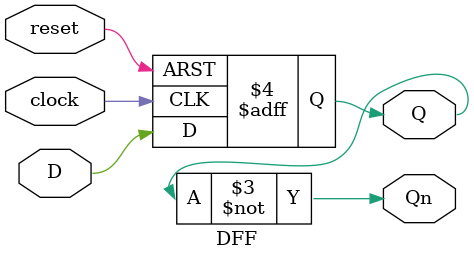
<source format=v>
module DFF (D, clock, reset, Q, Qn);

	input D; //Data input
	input clock; //Clock input
	input reset; //Asynchronous active-low reset
	output Q, Qn; //Outputs Q and Q'
	
	reg Q;
	
	always @(posedge clock or negedge reset)
		if (reset==1'b0)
			Q <= 0;
		else
			Q <= D;
			
	assign Qn = ~Q;
	
endmodule
</source>
